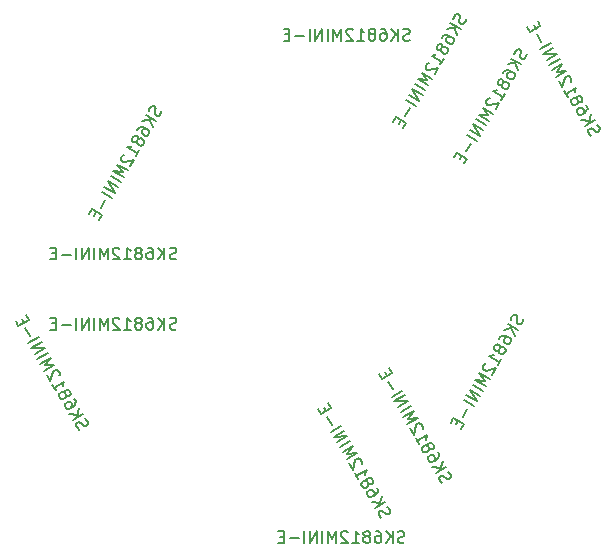
<source format=gbr>
%TF.GenerationSoftware,KiCad,Pcbnew,8.0.8*%
%TF.CreationDate,2025-04-07T12:59:42-04:00*%
%TF.ProjectId,pcb_tile_game_tile_aaa,7063625f-7469-46c6-955f-67616d655f74,1.0*%
%TF.SameCoordinates,Original*%
%TF.FileFunction,AssemblyDrawing,Bot*%
%FSLAX46Y46*%
G04 Gerber Fmt 4.6, Leading zero omitted, Abs format (unit mm)*
G04 Created by KiCad (PCBNEW 8.0.8) date 2025-04-07 12:59:42*
%MOMM*%
%LPD*%
G01*
G04 APERTURE LIST*
%ADD10C,0.150000*%
G04 APERTURE END LIST*
D10*
X157623740Y-63849090D02*
X157593551Y-63996617D01*
X157593551Y-63996617D02*
X157474504Y-64202814D01*
X157474504Y-64202814D02*
X157385645Y-64261483D01*
X157385645Y-64261483D02*
X157320596Y-64278913D01*
X157320596Y-64278913D02*
X157214308Y-64272533D01*
X157214308Y-64272533D02*
X157131830Y-64224914D01*
X157131830Y-64224914D02*
X157073161Y-64136055D01*
X157073161Y-64136055D02*
X157055731Y-64071007D01*
X157055731Y-64071007D02*
X157062111Y-63964719D01*
X157062111Y-63964719D02*
X157116109Y-63775952D01*
X157116109Y-63775952D02*
X157122489Y-63669664D01*
X157122489Y-63669664D02*
X157105059Y-63604615D01*
X157105059Y-63604615D02*
X157046390Y-63515756D01*
X157046390Y-63515756D02*
X156963912Y-63468137D01*
X156963912Y-63468137D02*
X156857623Y-63461758D01*
X156857623Y-63461758D02*
X156792575Y-63479187D01*
X156792575Y-63479187D02*
X156703716Y-63537857D01*
X156703716Y-63537857D02*
X156584669Y-63744053D01*
X156584669Y-63744053D02*
X156554479Y-63891581D01*
X157164980Y-64738925D02*
X156298954Y-64238925D01*
X156879265Y-65233796D02*
X156598679Y-64576928D01*
X156013240Y-64733796D02*
X156793826Y-64524639D01*
X155584669Y-65476104D02*
X155679907Y-65311147D01*
X155679907Y-65311147D02*
X155768765Y-65252478D01*
X155768765Y-65252478D02*
X155833814Y-65235048D01*
X155833814Y-65235048D02*
X156005151Y-65223998D01*
X156005151Y-65223998D02*
X156193918Y-65277997D01*
X156193918Y-65277997D02*
X156523832Y-65468473D01*
X156523832Y-65468473D02*
X156582501Y-65557331D01*
X156582501Y-65557331D02*
X156599931Y-65622380D01*
X156599931Y-65622380D02*
X156593551Y-65728668D01*
X156593551Y-65728668D02*
X156498313Y-65893625D01*
X156498313Y-65893625D02*
X156409455Y-65952294D01*
X156409455Y-65952294D02*
X156344406Y-65969724D01*
X156344406Y-65969724D02*
X156238118Y-65963344D01*
X156238118Y-65963344D02*
X156031921Y-65844297D01*
X156031921Y-65844297D02*
X155973252Y-65755438D01*
X155973252Y-65755438D02*
X155955822Y-65690390D01*
X155955822Y-65690390D02*
X155962202Y-65584101D01*
X155962202Y-65584101D02*
X156057440Y-65419144D01*
X156057440Y-65419144D02*
X156146299Y-65360475D01*
X156146299Y-65360475D02*
X156211347Y-65343045D01*
X156211347Y-65343045D02*
X156317636Y-65349425D01*
X155622489Y-66267740D02*
X155628869Y-66161452D01*
X155628869Y-66161452D02*
X155611439Y-66096403D01*
X155611439Y-66096403D02*
X155552770Y-66007545D01*
X155552770Y-66007545D02*
X155511531Y-65983735D01*
X155511531Y-65983735D02*
X155405242Y-65977355D01*
X155405242Y-65977355D02*
X155340194Y-65994785D01*
X155340194Y-65994785D02*
X155251335Y-66053454D01*
X155251335Y-66053454D02*
X155156097Y-66218411D01*
X155156097Y-66218411D02*
X155149717Y-66324700D01*
X155149717Y-66324700D02*
X155167147Y-66389748D01*
X155167147Y-66389748D02*
X155225816Y-66478607D01*
X155225816Y-66478607D02*
X155267056Y-66502416D01*
X155267056Y-66502416D02*
X155373344Y-66508796D01*
X155373344Y-66508796D02*
X155438393Y-66491366D01*
X155438393Y-66491366D02*
X155527251Y-66432697D01*
X155527251Y-66432697D02*
X155622489Y-66267740D01*
X155622489Y-66267740D02*
X155711347Y-66209071D01*
X155711347Y-66209071D02*
X155776396Y-66191641D01*
X155776396Y-66191641D02*
X155882684Y-66198021D01*
X155882684Y-66198021D02*
X156047642Y-66293259D01*
X156047642Y-66293259D02*
X156106311Y-66382117D01*
X156106311Y-66382117D02*
X156123740Y-66447166D01*
X156123740Y-66447166D02*
X156117361Y-66553454D01*
X156117361Y-66553454D02*
X156022123Y-66718411D01*
X156022123Y-66718411D02*
X155933264Y-66777081D01*
X155933264Y-66777081D02*
X155868215Y-66794510D01*
X155868215Y-66794510D02*
X155761927Y-66788131D01*
X155761927Y-66788131D02*
X155596970Y-66692892D01*
X155596970Y-66692892D02*
X155538301Y-66604034D01*
X155538301Y-66604034D02*
X155520871Y-66538985D01*
X155520871Y-66538985D02*
X155527251Y-66432697D01*
X155450694Y-67708155D02*
X155736408Y-67213283D01*
X155593551Y-67460719D02*
X154727526Y-66960719D01*
X154727526Y-66960719D02*
X154898863Y-66949669D01*
X154898863Y-66949669D02*
X155028960Y-66914809D01*
X155028960Y-66914809D02*
X155117819Y-66856140D01*
X154476671Y-67585688D02*
X154411622Y-67603118D01*
X154411622Y-67603118D02*
X154322764Y-67661787D01*
X154322764Y-67661787D02*
X154203716Y-67867984D01*
X154203716Y-67867984D02*
X154197336Y-67974272D01*
X154197336Y-67974272D02*
X154214766Y-68039321D01*
X154214766Y-68039321D02*
X154273435Y-68128179D01*
X154273435Y-68128179D02*
X154355914Y-68175798D01*
X154355914Y-68175798D02*
X154503441Y-68205987D01*
X154503441Y-68205987D02*
X155284027Y-67996830D01*
X155284027Y-67996830D02*
X154974503Y-68532941D01*
X154760218Y-68904095D02*
X153894192Y-68404095D01*
X153894192Y-68404095D02*
X154346115Y-69049913D01*
X154346115Y-69049913D02*
X153560859Y-68981445D01*
X153560859Y-68981445D02*
X154426884Y-69481445D01*
X154188789Y-69893838D02*
X153322764Y-69393838D01*
X153950694Y-70306231D02*
X153084669Y-69806231D01*
X153084669Y-69806231D02*
X153664980Y-70801102D01*
X153664980Y-70801102D02*
X152798955Y-70301102D01*
X153426885Y-71213495D02*
X152560859Y-70713495D01*
X152858875Y-71435412D02*
X152477923Y-72095241D01*
X152116110Y-72436205D02*
X151949443Y-72724880D01*
X152331647Y-73110503D02*
X152569742Y-72698110D01*
X152569742Y-72698110D02*
X151703717Y-72198110D01*
X151703717Y-72198110D02*
X151465622Y-72610503D01*
X127943332Y-87129104D02*
X127800475Y-87176723D01*
X127800475Y-87176723D02*
X127562380Y-87176723D01*
X127562380Y-87176723D02*
X127467142Y-87129104D01*
X127467142Y-87129104D02*
X127419523Y-87081484D01*
X127419523Y-87081484D02*
X127371904Y-86986246D01*
X127371904Y-86986246D02*
X127371904Y-86891008D01*
X127371904Y-86891008D02*
X127419523Y-86795770D01*
X127419523Y-86795770D02*
X127467142Y-86748151D01*
X127467142Y-86748151D02*
X127562380Y-86700532D01*
X127562380Y-86700532D02*
X127752856Y-86652913D01*
X127752856Y-86652913D02*
X127848094Y-86605294D01*
X127848094Y-86605294D02*
X127895713Y-86557675D01*
X127895713Y-86557675D02*
X127943332Y-86462437D01*
X127943332Y-86462437D02*
X127943332Y-86367199D01*
X127943332Y-86367199D02*
X127895713Y-86271961D01*
X127895713Y-86271961D02*
X127848094Y-86224342D01*
X127848094Y-86224342D02*
X127752856Y-86176723D01*
X127752856Y-86176723D02*
X127514761Y-86176723D01*
X127514761Y-86176723D02*
X127371904Y-86224342D01*
X126943332Y-87176723D02*
X126943332Y-86176723D01*
X126371904Y-87176723D02*
X126800475Y-86605294D01*
X126371904Y-86176723D02*
X126943332Y-86748151D01*
X125514761Y-86176723D02*
X125705237Y-86176723D01*
X125705237Y-86176723D02*
X125800475Y-86224342D01*
X125800475Y-86224342D02*
X125848094Y-86271961D01*
X125848094Y-86271961D02*
X125943332Y-86414818D01*
X125943332Y-86414818D02*
X125990951Y-86605294D01*
X125990951Y-86605294D02*
X125990951Y-86986246D01*
X125990951Y-86986246D02*
X125943332Y-87081484D01*
X125943332Y-87081484D02*
X125895713Y-87129104D01*
X125895713Y-87129104D02*
X125800475Y-87176723D01*
X125800475Y-87176723D02*
X125609999Y-87176723D01*
X125609999Y-87176723D02*
X125514761Y-87129104D01*
X125514761Y-87129104D02*
X125467142Y-87081484D01*
X125467142Y-87081484D02*
X125419523Y-86986246D01*
X125419523Y-86986246D02*
X125419523Y-86748151D01*
X125419523Y-86748151D02*
X125467142Y-86652913D01*
X125467142Y-86652913D02*
X125514761Y-86605294D01*
X125514761Y-86605294D02*
X125609999Y-86557675D01*
X125609999Y-86557675D02*
X125800475Y-86557675D01*
X125800475Y-86557675D02*
X125895713Y-86605294D01*
X125895713Y-86605294D02*
X125943332Y-86652913D01*
X125943332Y-86652913D02*
X125990951Y-86748151D01*
X124848094Y-86605294D02*
X124943332Y-86557675D01*
X124943332Y-86557675D02*
X124990951Y-86510056D01*
X124990951Y-86510056D02*
X125038570Y-86414818D01*
X125038570Y-86414818D02*
X125038570Y-86367199D01*
X125038570Y-86367199D02*
X124990951Y-86271961D01*
X124990951Y-86271961D02*
X124943332Y-86224342D01*
X124943332Y-86224342D02*
X124848094Y-86176723D01*
X124848094Y-86176723D02*
X124657618Y-86176723D01*
X124657618Y-86176723D02*
X124562380Y-86224342D01*
X124562380Y-86224342D02*
X124514761Y-86271961D01*
X124514761Y-86271961D02*
X124467142Y-86367199D01*
X124467142Y-86367199D02*
X124467142Y-86414818D01*
X124467142Y-86414818D02*
X124514761Y-86510056D01*
X124514761Y-86510056D02*
X124562380Y-86557675D01*
X124562380Y-86557675D02*
X124657618Y-86605294D01*
X124657618Y-86605294D02*
X124848094Y-86605294D01*
X124848094Y-86605294D02*
X124943332Y-86652913D01*
X124943332Y-86652913D02*
X124990951Y-86700532D01*
X124990951Y-86700532D02*
X125038570Y-86795770D01*
X125038570Y-86795770D02*
X125038570Y-86986246D01*
X125038570Y-86986246D02*
X124990951Y-87081484D01*
X124990951Y-87081484D02*
X124943332Y-87129104D01*
X124943332Y-87129104D02*
X124848094Y-87176723D01*
X124848094Y-87176723D02*
X124657618Y-87176723D01*
X124657618Y-87176723D02*
X124562380Y-87129104D01*
X124562380Y-87129104D02*
X124514761Y-87081484D01*
X124514761Y-87081484D02*
X124467142Y-86986246D01*
X124467142Y-86986246D02*
X124467142Y-86795770D01*
X124467142Y-86795770D02*
X124514761Y-86700532D01*
X124514761Y-86700532D02*
X124562380Y-86652913D01*
X124562380Y-86652913D02*
X124657618Y-86605294D01*
X123514761Y-87176723D02*
X124086189Y-87176723D01*
X123800475Y-87176723D02*
X123800475Y-86176723D01*
X123800475Y-86176723D02*
X123895713Y-86319580D01*
X123895713Y-86319580D02*
X123990951Y-86414818D01*
X123990951Y-86414818D02*
X124086189Y-86462437D01*
X123133808Y-86271961D02*
X123086189Y-86224342D01*
X123086189Y-86224342D02*
X122990951Y-86176723D01*
X122990951Y-86176723D02*
X122752856Y-86176723D01*
X122752856Y-86176723D02*
X122657618Y-86224342D01*
X122657618Y-86224342D02*
X122609999Y-86271961D01*
X122609999Y-86271961D02*
X122562380Y-86367199D01*
X122562380Y-86367199D02*
X122562380Y-86462437D01*
X122562380Y-86462437D02*
X122609999Y-86605294D01*
X122609999Y-86605294D02*
X123181427Y-87176723D01*
X123181427Y-87176723D02*
X122562380Y-87176723D01*
X122133808Y-87176723D02*
X122133808Y-86176723D01*
X122133808Y-86176723D02*
X121800475Y-86891008D01*
X121800475Y-86891008D02*
X121467142Y-86176723D01*
X121467142Y-86176723D02*
X121467142Y-87176723D01*
X120990951Y-87176723D02*
X120990951Y-86176723D01*
X120514761Y-87176723D02*
X120514761Y-86176723D01*
X120514761Y-86176723D02*
X119943333Y-87176723D01*
X119943333Y-87176723D02*
X119943333Y-86176723D01*
X119467142Y-87176723D02*
X119467142Y-86176723D01*
X118990952Y-86795770D02*
X118229048Y-86795770D01*
X117752857Y-86652913D02*
X117419524Y-86652913D01*
X117276667Y-87176723D02*
X117752857Y-87176723D01*
X117752857Y-87176723D02*
X117752857Y-86176723D01*
X117752857Y-86176723D02*
X117276667Y-86176723D01*
X157326035Y-86311218D02*
X157295846Y-86458745D01*
X157295846Y-86458745D02*
X157176799Y-86664942D01*
X157176799Y-86664942D02*
X157087940Y-86723611D01*
X157087940Y-86723611D02*
X157022891Y-86741041D01*
X157022891Y-86741041D02*
X156916603Y-86734661D01*
X156916603Y-86734661D02*
X156834125Y-86687042D01*
X156834125Y-86687042D02*
X156775456Y-86598183D01*
X156775456Y-86598183D02*
X156758026Y-86533135D01*
X156758026Y-86533135D02*
X156764406Y-86426847D01*
X156764406Y-86426847D02*
X156818404Y-86238080D01*
X156818404Y-86238080D02*
X156824784Y-86131792D01*
X156824784Y-86131792D02*
X156807354Y-86066743D01*
X156807354Y-86066743D02*
X156748685Y-85977884D01*
X156748685Y-85977884D02*
X156666207Y-85930265D01*
X156666207Y-85930265D02*
X156559918Y-85923886D01*
X156559918Y-85923886D02*
X156494870Y-85941315D01*
X156494870Y-85941315D02*
X156406011Y-85999985D01*
X156406011Y-85999985D02*
X156286964Y-86206181D01*
X156286964Y-86206181D02*
X156256774Y-86353709D01*
X156867275Y-87201053D02*
X156001249Y-86701053D01*
X156581560Y-87695924D02*
X156300974Y-87039056D01*
X155715535Y-87195924D02*
X156496121Y-86986767D01*
X155286964Y-87938232D02*
X155382202Y-87773275D01*
X155382202Y-87773275D02*
X155471060Y-87714606D01*
X155471060Y-87714606D02*
X155536109Y-87697176D01*
X155536109Y-87697176D02*
X155707446Y-87686126D01*
X155707446Y-87686126D02*
X155896213Y-87740125D01*
X155896213Y-87740125D02*
X156226127Y-87930601D01*
X156226127Y-87930601D02*
X156284796Y-88019459D01*
X156284796Y-88019459D02*
X156302226Y-88084508D01*
X156302226Y-88084508D02*
X156295846Y-88190796D01*
X156295846Y-88190796D02*
X156200608Y-88355753D01*
X156200608Y-88355753D02*
X156111750Y-88414422D01*
X156111750Y-88414422D02*
X156046701Y-88431852D01*
X156046701Y-88431852D02*
X155940413Y-88425472D01*
X155940413Y-88425472D02*
X155734216Y-88306425D01*
X155734216Y-88306425D02*
X155675547Y-88217566D01*
X155675547Y-88217566D02*
X155658117Y-88152518D01*
X155658117Y-88152518D02*
X155664497Y-88046229D01*
X155664497Y-88046229D02*
X155759735Y-87881272D01*
X155759735Y-87881272D02*
X155848594Y-87822603D01*
X155848594Y-87822603D02*
X155913642Y-87805173D01*
X155913642Y-87805173D02*
X156019931Y-87811553D01*
X155324784Y-88729868D02*
X155331164Y-88623580D01*
X155331164Y-88623580D02*
X155313734Y-88558531D01*
X155313734Y-88558531D02*
X155255065Y-88469673D01*
X155255065Y-88469673D02*
X155213826Y-88445863D01*
X155213826Y-88445863D02*
X155107537Y-88439483D01*
X155107537Y-88439483D02*
X155042489Y-88456913D01*
X155042489Y-88456913D02*
X154953630Y-88515582D01*
X154953630Y-88515582D02*
X154858392Y-88680539D01*
X154858392Y-88680539D02*
X154852012Y-88786828D01*
X154852012Y-88786828D02*
X154869442Y-88851876D01*
X154869442Y-88851876D02*
X154928111Y-88940735D01*
X154928111Y-88940735D02*
X154969351Y-88964544D01*
X154969351Y-88964544D02*
X155075639Y-88970924D01*
X155075639Y-88970924D02*
X155140688Y-88953494D01*
X155140688Y-88953494D02*
X155229546Y-88894825D01*
X155229546Y-88894825D02*
X155324784Y-88729868D01*
X155324784Y-88729868D02*
X155413642Y-88671199D01*
X155413642Y-88671199D02*
X155478691Y-88653769D01*
X155478691Y-88653769D02*
X155584979Y-88660149D01*
X155584979Y-88660149D02*
X155749937Y-88755387D01*
X155749937Y-88755387D02*
X155808606Y-88844245D01*
X155808606Y-88844245D02*
X155826035Y-88909294D01*
X155826035Y-88909294D02*
X155819656Y-89015582D01*
X155819656Y-89015582D02*
X155724418Y-89180539D01*
X155724418Y-89180539D02*
X155635559Y-89239209D01*
X155635559Y-89239209D02*
X155570510Y-89256638D01*
X155570510Y-89256638D02*
X155464222Y-89250259D01*
X155464222Y-89250259D02*
X155299265Y-89155020D01*
X155299265Y-89155020D02*
X155240596Y-89066162D01*
X155240596Y-89066162D02*
X155223166Y-89001113D01*
X155223166Y-89001113D02*
X155229546Y-88894825D01*
X155152989Y-90170283D02*
X155438703Y-89675411D01*
X155295846Y-89922847D02*
X154429821Y-89422847D01*
X154429821Y-89422847D02*
X154601158Y-89411797D01*
X154601158Y-89411797D02*
X154731255Y-89376937D01*
X154731255Y-89376937D02*
X154820114Y-89318268D01*
X154178966Y-90047816D02*
X154113917Y-90065246D01*
X154113917Y-90065246D02*
X154025059Y-90123915D01*
X154025059Y-90123915D02*
X153906011Y-90330112D01*
X153906011Y-90330112D02*
X153899631Y-90436400D01*
X153899631Y-90436400D02*
X153917061Y-90501449D01*
X153917061Y-90501449D02*
X153975730Y-90590307D01*
X153975730Y-90590307D02*
X154058209Y-90637926D01*
X154058209Y-90637926D02*
X154205736Y-90668115D01*
X154205736Y-90668115D02*
X154986322Y-90458958D01*
X154986322Y-90458958D02*
X154676798Y-90995069D01*
X154462513Y-91366223D02*
X153596487Y-90866223D01*
X153596487Y-90866223D02*
X154048410Y-91512041D01*
X154048410Y-91512041D02*
X153263154Y-91443573D01*
X153263154Y-91443573D02*
X154129179Y-91943573D01*
X153891084Y-92355966D02*
X153025059Y-91855966D01*
X153652989Y-92768359D02*
X152786964Y-92268359D01*
X152786964Y-92268359D02*
X153367275Y-93263230D01*
X153367275Y-93263230D02*
X152501250Y-92763230D01*
X153129180Y-93675623D02*
X152263154Y-93175623D01*
X152561170Y-93897540D02*
X152180218Y-94557369D01*
X151818405Y-94898333D02*
X151651738Y-95187008D01*
X152033942Y-95572631D02*
X152272037Y-95160238D01*
X152272037Y-95160238D02*
X151406012Y-94660238D01*
X151406012Y-94660238D02*
X151167917Y-95072631D01*
X163048447Y-70773990D02*
X162935779Y-70674082D01*
X162935779Y-70674082D02*
X162816732Y-70467885D01*
X162816732Y-70467885D02*
X162810352Y-70361597D01*
X162810352Y-70361597D02*
X162827782Y-70296548D01*
X162827782Y-70296548D02*
X162886451Y-70207690D01*
X162886451Y-70207690D02*
X162968930Y-70160071D01*
X162968930Y-70160071D02*
X163075218Y-70153691D01*
X163075218Y-70153691D02*
X163140267Y-70171121D01*
X163140267Y-70171121D02*
X163229125Y-70229790D01*
X163229125Y-70229790D02*
X163365602Y-70370938D01*
X163365602Y-70370938D02*
X163454461Y-70429607D01*
X163454461Y-70429607D02*
X163519509Y-70447037D01*
X163519509Y-70447037D02*
X163625798Y-70440657D01*
X163625798Y-70440657D02*
X163708276Y-70393038D01*
X163708276Y-70393038D02*
X163766945Y-70304179D01*
X163766945Y-70304179D02*
X163784375Y-70239131D01*
X163784375Y-70239131D02*
X163777995Y-70132843D01*
X163777995Y-70132843D02*
X163658948Y-69926646D01*
X163658948Y-69926646D02*
X163546280Y-69826738D01*
X162507208Y-69931774D02*
X163373233Y-69431774D01*
X162221494Y-69436903D02*
X162930651Y-69522342D01*
X163087519Y-68936903D02*
X162878362Y-69717489D01*
X162658948Y-68194595D02*
X162754186Y-68359552D01*
X162754186Y-68359552D02*
X162760566Y-68465840D01*
X162760566Y-68465840D02*
X162743136Y-68530889D01*
X162743136Y-68530889D02*
X162667037Y-68684796D01*
X162667037Y-68684796D02*
X162525889Y-68821274D01*
X162525889Y-68821274D02*
X162195975Y-69011750D01*
X162195975Y-69011750D02*
X162089687Y-69018130D01*
X162089687Y-69018130D02*
X162024638Y-69000700D01*
X162024638Y-69000700D02*
X161935779Y-68942031D01*
X161935779Y-68942031D02*
X161840541Y-68777074D01*
X161840541Y-68777074D02*
X161834162Y-68670786D01*
X161834162Y-68670786D02*
X161851591Y-68605737D01*
X161851591Y-68605737D02*
X161910260Y-68516878D01*
X161910260Y-68516878D02*
X162116457Y-68397831D01*
X162116457Y-68397831D02*
X162222745Y-68391451D01*
X162222745Y-68391451D02*
X162287794Y-68408881D01*
X162287794Y-68408881D02*
X162376652Y-68467550D01*
X162376652Y-68467550D02*
X162471890Y-68632507D01*
X162471890Y-68632507D02*
X162478270Y-68738795D01*
X162478270Y-68738795D02*
X162460840Y-68803844D01*
X162460840Y-68803844D02*
X162402171Y-68892702D01*
X161954461Y-67831531D02*
X162043319Y-67890200D01*
X162043319Y-67890200D02*
X162108368Y-67907629D01*
X162108368Y-67907629D02*
X162214656Y-67901250D01*
X162214656Y-67901250D02*
X162255895Y-67877440D01*
X162255895Y-67877440D02*
X162314564Y-67788582D01*
X162314564Y-67788582D02*
X162331994Y-67723533D01*
X162331994Y-67723533D02*
X162325614Y-67617245D01*
X162325614Y-67617245D02*
X162230376Y-67452288D01*
X162230376Y-67452288D02*
X162141518Y-67393619D01*
X162141518Y-67393619D02*
X162076469Y-67376189D01*
X162076469Y-67376189D02*
X161970181Y-67382568D01*
X161970181Y-67382568D02*
X161928942Y-67406378D01*
X161928942Y-67406378D02*
X161870273Y-67495236D01*
X161870273Y-67495236D02*
X161852843Y-67560285D01*
X161852843Y-67560285D02*
X161859223Y-67666573D01*
X161859223Y-67666573D02*
X161954461Y-67831531D01*
X161954461Y-67831531D02*
X161960840Y-67937819D01*
X161960840Y-67937819D02*
X161943411Y-68002867D01*
X161943411Y-68002867D02*
X161884741Y-68091726D01*
X161884741Y-68091726D02*
X161719784Y-68186964D01*
X161719784Y-68186964D02*
X161613496Y-68193344D01*
X161613496Y-68193344D02*
X161548447Y-68175914D01*
X161548447Y-68175914D02*
X161459589Y-68117245D01*
X161459589Y-68117245D02*
X161364351Y-67952288D01*
X161364351Y-67952288D02*
X161357971Y-67845999D01*
X161357971Y-67845999D02*
X161375401Y-67780951D01*
X161375401Y-67780951D02*
X161434070Y-67692092D01*
X161434070Y-67692092D02*
X161599027Y-67596854D01*
X161599027Y-67596854D02*
X161705315Y-67590474D01*
X161705315Y-67590474D02*
X161770364Y-67607904D01*
X161770364Y-67607904D02*
X161859223Y-67666573D01*
X160792922Y-66962544D02*
X161078637Y-67457416D01*
X160935779Y-67209980D02*
X161801805Y-66709980D01*
X161801805Y-66709980D02*
X161725706Y-66863887D01*
X161725706Y-66863887D02*
X161690846Y-66993985D01*
X161690846Y-66993985D02*
X161697226Y-67100273D01*
X161385993Y-66180249D02*
X161403423Y-66115200D01*
X161403423Y-66115200D02*
X161397043Y-66008912D01*
X161397043Y-66008912D02*
X161277995Y-65802715D01*
X161277995Y-65802715D02*
X161189137Y-65744046D01*
X161189137Y-65744046D02*
X161124088Y-65726616D01*
X161124088Y-65726616D02*
X161017800Y-65732996D01*
X161017800Y-65732996D02*
X160935321Y-65780615D01*
X160935321Y-65780615D02*
X160835413Y-65893283D01*
X160835413Y-65893283D02*
X160626256Y-66673869D01*
X160626256Y-66673869D02*
X160316732Y-66137758D01*
X160102446Y-65766604D02*
X160968471Y-65266604D01*
X160968471Y-65266604D02*
X160183215Y-65335072D01*
X160183215Y-65335072D02*
X160635138Y-64689254D01*
X160635138Y-64689254D02*
X159769113Y-65189254D01*
X159531018Y-64776861D02*
X160397043Y-64276861D01*
X159292923Y-64364468D02*
X160158948Y-63864468D01*
X160158948Y-63864468D02*
X159007208Y-63869597D01*
X159007208Y-63869597D02*
X159873234Y-63369597D01*
X158769113Y-63457204D02*
X159635138Y-62957204D01*
X158860932Y-62854335D02*
X158479980Y-62194506D01*
X158365603Y-61710685D02*
X158198936Y-61422010D01*
X157673875Y-61560196D02*
X157911971Y-61972589D01*
X157911971Y-61972589D02*
X158777996Y-61472589D01*
X158777996Y-61472589D02*
X158539901Y-61060196D01*
X152470888Y-60874090D02*
X152440699Y-61021617D01*
X152440699Y-61021617D02*
X152321652Y-61227814D01*
X152321652Y-61227814D02*
X152232793Y-61286483D01*
X152232793Y-61286483D02*
X152167744Y-61303913D01*
X152167744Y-61303913D02*
X152061456Y-61297533D01*
X152061456Y-61297533D02*
X151978978Y-61249914D01*
X151978978Y-61249914D02*
X151920309Y-61161055D01*
X151920309Y-61161055D02*
X151902879Y-61096007D01*
X151902879Y-61096007D02*
X151909259Y-60989719D01*
X151909259Y-60989719D02*
X151963257Y-60800952D01*
X151963257Y-60800952D02*
X151969637Y-60694664D01*
X151969637Y-60694664D02*
X151952207Y-60629615D01*
X151952207Y-60629615D02*
X151893538Y-60540756D01*
X151893538Y-60540756D02*
X151811060Y-60493137D01*
X151811060Y-60493137D02*
X151704771Y-60486758D01*
X151704771Y-60486758D02*
X151639723Y-60504187D01*
X151639723Y-60504187D02*
X151550864Y-60562857D01*
X151550864Y-60562857D02*
X151431817Y-60769053D01*
X151431817Y-60769053D02*
X151401627Y-60916581D01*
X152012128Y-61763925D02*
X151146102Y-61263925D01*
X151726413Y-62258796D02*
X151445827Y-61601928D01*
X150860388Y-61758796D02*
X151640974Y-61549639D01*
X150431817Y-62501104D02*
X150527055Y-62336147D01*
X150527055Y-62336147D02*
X150615913Y-62277478D01*
X150615913Y-62277478D02*
X150680962Y-62260048D01*
X150680962Y-62260048D02*
X150852299Y-62248998D01*
X150852299Y-62248998D02*
X151041066Y-62302997D01*
X151041066Y-62302997D02*
X151370980Y-62493473D01*
X151370980Y-62493473D02*
X151429649Y-62582331D01*
X151429649Y-62582331D02*
X151447079Y-62647380D01*
X151447079Y-62647380D02*
X151440699Y-62753668D01*
X151440699Y-62753668D02*
X151345461Y-62918625D01*
X151345461Y-62918625D02*
X151256603Y-62977294D01*
X151256603Y-62977294D02*
X151191554Y-62994724D01*
X151191554Y-62994724D02*
X151085266Y-62988344D01*
X151085266Y-62988344D02*
X150879069Y-62869297D01*
X150879069Y-62869297D02*
X150820400Y-62780438D01*
X150820400Y-62780438D02*
X150802970Y-62715390D01*
X150802970Y-62715390D02*
X150809350Y-62609101D01*
X150809350Y-62609101D02*
X150904588Y-62444144D01*
X150904588Y-62444144D02*
X150993447Y-62385475D01*
X150993447Y-62385475D02*
X151058495Y-62368045D01*
X151058495Y-62368045D02*
X151164784Y-62374425D01*
X150469637Y-63292740D02*
X150476017Y-63186452D01*
X150476017Y-63186452D02*
X150458587Y-63121403D01*
X150458587Y-63121403D02*
X150399918Y-63032545D01*
X150399918Y-63032545D02*
X150358679Y-63008735D01*
X150358679Y-63008735D02*
X150252390Y-63002355D01*
X150252390Y-63002355D02*
X150187342Y-63019785D01*
X150187342Y-63019785D02*
X150098483Y-63078454D01*
X150098483Y-63078454D02*
X150003245Y-63243411D01*
X150003245Y-63243411D02*
X149996865Y-63349700D01*
X149996865Y-63349700D02*
X150014295Y-63414748D01*
X150014295Y-63414748D02*
X150072964Y-63503607D01*
X150072964Y-63503607D02*
X150114204Y-63527416D01*
X150114204Y-63527416D02*
X150220492Y-63533796D01*
X150220492Y-63533796D02*
X150285541Y-63516366D01*
X150285541Y-63516366D02*
X150374399Y-63457697D01*
X150374399Y-63457697D02*
X150469637Y-63292740D01*
X150469637Y-63292740D02*
X150558495Y-63234071D01*
X150558495Y-63234071D02*
X150623544Y-63216641D01*
X150623544Y-63216641D02*
X150729832Y-63223021D01*
X150729832Y-63223021D02*
X150894790Y-63318259D01*
X150894790Y-63318259D02*
X150953459Y-63407117D01*
X150953459Y-63407117D02*
X150970888Y-63472166D01*
X150970888Y-63472166D02*
X150964509Y-63578454D01*
X150964509Y-63578454D02*
X150869271Y-63743411D01*
X150869271Y-63743411D02*
X150780412Y-63802081D01*
X150780412Y-63802081D02*
X150715363Y-63819510D01*
X150715363Y-63819510D02*
X150609075Y-63813131D01*
X150609075Y-63813131D02*
X150444118Y-63717892D01*
X150444118Y-63717892D02*
X150385449Y-63629034D01*
X150385449Y-63629034D02*
X150368019Y-63563985D01*
X150368019Y-63563985D02*
X150374399Y-63457697D01*
X150297842Y-64733155D02*
X150583556Y-64238283D01*
X150440699Y-64485719D02*
X149574674Y-63985719D01*
X149574674Y-63985719D02*
X149746011Y-63974669D01*
X149746011Y-63974669D02*
X149876108Y-63939809D01*
X149876108Y-63939809D02*
X149964967Y-63881140D01*
X149323819Y-64610688D02*
X149258770Y-64628118D01*
X149258770Y-64628118D02*
X149169912Y-64686787D01*
X149169912Y-64686787D02*
X149050864Y-64892984D01*
X149050864Y-64892984D02*
X149044484Y-64999272D01*
X149044484Y-64999272D02*
X149061914Y-65064321D01*
X149061914Y-65064321D02*
X149120583Y-65153179D01*
X149120583Y-65153179D02*
X149203062Y-65200798D01*
X149203062Y-65200798D02*
X149350589Y-65230987D01*
X149350589Y-65230987D02*
X150131175Y-65021830D01*
X150131175Y-65021830D02*
X149821651Y-65557941D01*
X149607366Y-65929095D02*
X148741340Y-65429095D01*
X148741340Y-65429095D02*
X149193263Y-66074913D01*
X149193263Y-66074913D02*
X148408007Y-66006445D01*
X148408007Y-66006445D02*
X149274032Y-66506445D01*
X149035937Y-66918838D02*
X148169912Y-66418838D01*
X148797842Y-67331231D02*
X147931817Y-66831231D01*
X147931817Y-66831231D02*
X148512128Y-67826102D01*
X148512128Y-67826102D02*
X147646103Y-67326102D01*
X148274033Y-68238495D02*
X147408007Y-67738495D01*
X147706023Y-68460412D02*
X147325071Y-69120241D01*
X146963258Y-69461205D02*
X146796591Y-69749880D01*
X147178795Y-70135503D02*
X147416890Y-69723110D01*
X147416890Y-69723110D02*
X146550865Y-69223110D01*
X146550865Y-69223110D02*
X146312770Y-69635503D01*
X147260482Y-105191572D02*
X147117625Y-105239191D01*
X147117625Y-105239191D02*
X146879530Y-105239191D01*
X146879530Y-105239191D02*
X146784292Y-105191572D01*
X146784292Y-105191572D02*
X146736673Y-105143952D01*
X146736673Y-105143952D02*
X146689054Y-105048714D01*
X146689054Y-105048714D02*
X146689054Y-104953476D01*
X146689054Y-104953476D02*
X146736673Y-104858238D01*
X146736673Y-104858238D02*
X146784292Y-104810619D01*
X146784292Y-104810619D02*
X146879530Y-104763000D01*
X146879530Y-104763000D02*
X147070006Y-104715381D01*
X147070006Y-104715381D02*
X147165244Y-104667762D01*
X147165244Y-104667762D02*
X147212863Y-104620143D01*
X147212863Y-104620143D02*
X147260482Y-104524905D01*
X147260482Y-104524905D02*
X147260482Y-104429667D01*
X147260482Y-104429667D02*
X147212863Y-104334429D01*
X147212863Y-104334429D02*
X147165244Y-104286810D01*
X147165244Y-104286810D02*
X147070006Y-104239191D01*
X147070006Y-104239191D02*
X146831911Y-104239191D01*
X146831911Y-104239191D02*
X146689054Y-104286810D01*
X146260482Y-105239191D02*
X146260482Y-104239191D01*
X145689054Y-105239191D02*
X146117625Y-104667762D01*
X145689054Y-104239191D02*
X146260482Y-104810619D01*
X144831911Y-104239191D02*
X145022387Y-104239191D01*
X145022387Y-104239191D02*
X145117625Y-104286810D01*
X145117625Y-104286810D02*
X145165244Y-104334429D01*
X145165244Y-104334429D02*
X145260482Y-104477286D01*
X145260482Y-104477286D02*
X145308101Y-104667762D01*
X145308101Y-104667762D02*
X145308101Y-105048714D01*
X145308101Y-105048714D02*
X145260482Y-105143952D01*
X145260482Y-105143952D02*
X145212863Y-105191572D01*
X145212863Y-105191572D02*
X145117625Y-105239191D01*
X145117625Y-105239191D02*
X144927149Y-105239191D01*
X144927149Y-105239191D02*
X144831911Y-105191572D01*
X144831911Y-105191572D02*
X144784292Y-105143952D01*
X144784292Y-105143952D02*
X144736673Y-105048714D01*
X144736673Y-105048714D02*
X144736673Y-104810619D01*
X144736673Y-104810619D02*
X144784292Y-104715381D01*
X144784292Y-104715381D02*
X144831911Y-104667762D01*
X144831911Y-104667762D02*
X144927149Y-104620143D01*
X144927149Y-104620143D02*
X145117625Y-104620143D01*
X145117625Y-104620143D02*
X145212863Y-104667762D01*
X145212863Y-104667762D02*
X145260482Y-104715381D01*
X145260482Y-104715381D02*
X145308101Y-104810619D01*
X144165244Y-104667762D02*
X144260482Y-104620143D01*
X144260482Y-104620143D02*
X144308101Y-104572524D01*
X144308101Y-104572524D02*
X144355720Y-104477286D01*
X144355720Y-104477286D02*
X144355720Y-104429667D01*
X144355720Y-104429667D02*
X144308101Y-104334429D01*
X144308101Y-104334429D02*
X144260482Y-104286810D01*
X144260482Y-104286810D02*
X144165244Y-104239191D01*
X144165244Y-104239191D02*
X143974768Y-104239191D01*
X143974768Y-104239191D02*
X143879530Y-104286810D01*
X143879530Y-104286810D02*
X143831911Y-104334429D01*
X143831911Y-104334429D02*
X143784292Y-104429667D01*
X143784292Y-104429667D02*
X143784292Y-104477286D01*
X143784292Y-104477286D02*
X143831911Y-104572524D01*
X143831911Y-104572524D02*
X143879530Y-104620143D01*
X143879530Y-104620143D02*
X143974768Y-104667762D01*
X143974768Y-104667762D02*
X144165244Y-104667762D01*
X144165244Y-104667762D02*
X144260482Y-104715381D01*
X144260482Y-104715381D02*
X144308101Y-104763000D01*
X144308101Y-104763000D02*
X144355720Y-104858238D01*
X144355720Y-104858238D02*
X144355720Y-105048714D01*
X144355720Y-105048714D02*
X144308101Y-105143952D01*
X144308101Y-105143952D02*
X144260482Y-105191572D01*
X144260482Y-105191572D02*
X144165244Y-105239191D01*
X144165244Y-105239191D02*
X143974768Y-105239191D01*
X143974768Y-105239191D02*
X143879530Y-105191572D01*
X143879530Y-105191572D02*
X143831911Y-105143952D01*
X143831911Y-105143952D02*
X143784292Y-105048714D01*
X143784292Y-105048714D02*
X143784292Y-104858238D01*
X143784292Y-104858238D02*
X143831911Y-104763000D01*
X143831911Y-104763000D02*
X143879530Y-104715381D01*
X143879530Y-104715381D02*
X143974768Y-104667762D01*
X142831911Y-105239191D02*
X143403339Y-105239191D01*
X143117625Y-105239191D02*
X143117625Y-104239191D01*
X143117625Y-104239191D02*
X143212863Y-104382048D01*
X143212863Y-104382048D02*
X143308101Y-104477286D01*
X143308101Y-104477286D02*
X143403339Y-104524905D01*
X142450958Y-104334429D02*
X142403339Y-104286810D01*
X142403339Y-104286810D02*
X142308101Y-104239191D01*
X142308101Y-104239191D02*
X142070006Y-104239191D01*
X142070006Y-104239191D02*
X141974768Y-104286810D01*
X141974768Y-104286810D02*
X141927149Y-104334429D01*
X141927149Y-104334429D02*
X141879530Y-104429667D01*
X141879530Y-104429667D02*
X141879530Y-104524905D01*
X141879530Y-104524905D02*
X141927149Y-104667762D01*
X141927149Y-104667762D02*
X142498577Y-105239191D01*
X142498577Y-105239191D02*
X141879530Y-105239191D01*
X141450958Y-105239191D02*
X141450958Y-104239191D01*
X141450958Y-104239191D02*
X141117625Y-104953476D01*
X141117625Y-104953476D02*
X140784292Y-104239191D01*
X140784292Y-104239191D02*
X140784292Y-105239191D01*
X140308101Y-105239191D02*
X140308101Y-104239191D01*
X139831911Y-105239191D02*
X139831911Y-104239191D01*
X139831911Y-104239191D02*
X139260483Y-105239191D01*
X139260483Y-105239191D02*
X139260483Y-104239191D01*
X138784292Y-105239191D02*
X138784292Y-104239191D01*
X138308102Y-104858238D02*
X137546198Y-104858238D01*
X137070007Y-104715381D02*
X136736674Y-104715381D01*
X136593817Y-105239191D02*
X137070007Y-105239191D01*
X137070007Y-105239191D02*
X137070007Y-104239191D01*
X137070007Y-104239191D02*
X136593817Y-104239191D01*
X126687170Y-68652416D02*
X126656981Y-68799943D01*
X126656981Y-68799943D02*
X126537934Y-69006140D01*
X126537934Y-69006140D02*
X126449075Y-69064809D01*
X126449075Y-69064809D02*
X126384026Y-69082239D01*
X126384026Y-69082239D02*
X126277738Y-69075859D01*
X126277738Y-69075859D02*
X126195260Y-69028240D01*
X126195260Y-69028240D02*
X126136591Y-68939381D01*
X126136591Y-68939381D02*
X126119161Y-68874333D01*
X126119161Y-68874333D02*
X126125541Y-68768045D01*
X126125541Y-68768045D02*
X126179539Y-68579278D01*
X126179539Y-68579278D02*
X126185919Y-68472990D01*
X126185919Y-68472990D02*
X126168489Y-68407941D01*
X126168489Y-68407941D02*
X126109820Y-68319082D01*
X126109820Y-68319082D02*
X126027342Y-68271463D01*
X126027342Y-68271463D02*
X125921053Y-68265084D01*
X125921053Y-68265084D02*
X125856005Y-68282513D01*
X125856005Y-68282513D02*
X125767146Y-68341183D01*
X125767146Y-68341183D02*
X125648099Y-68547379D01*
X125648099Y-68547379D02*
X125617909Y-68694907D01*
X126228410Y-69542251D02*
X125362384Y-69042251D01*
X125942695Y-70037122D02*
X125662109Y-69380254D01*
X125076670Y-69537122D02*
X125857256Y-69327965D01*
X124648099Y-70279430D02*
X124743337Y-70114473D01*
X124743337Y-70114473D02*
X124832195Y-70055804D01*
X124832195Y-70055804D02*
X124897244Y-70038374D01*
X124897244Y-70038374D02*
X125068581Y-70027324D01*
X125068581Y-70027324D02*
X125257348Y-70081323D01*
X125257348Y-70081323D02*
X125587262Y-70271799D01*
X125587262Y-70271799D02*
X125645931Y-70360657D01*
X125645931Y-70360657D02*
X125663361Y-70425706D01*
X125663361Y-70425706D02*
X125656981Y-70531994D01*
X125656981Y-70531994D02*
X125561743Y-70696951D01*
X125561743Y-70696951D02*
X125472885Y-70755620D01*
X125472885Y-70755620D02*
X125407836Y-70773050D01*
X125407836Y-70773050D02*
X125301548Y-70766670D01*
X125301548Y-70766670D02*
X125095351Y-70647623D01*
X125095351Y-70647623D02*
X125036682Y-70558764D01*
X125036682Y-70558764D02*
X125019252Y-70493716D01*
X125019252Y-70493716D02*
X125025632Y-70387427D01*
X125025632Y-70387427D02*
X125120870Y-70222470D01*
X125120870Y-70222470D02*
X125209729Y-70163801D01*
X125209729Y-70163801D02*
X125274777Y-70146371D01*
X125274777Y-70146371D02*
X125381066Y-70152751D01*
X124685919Y-71071066D02*
X124692299Y-70964778D01*
X124692299Y-70964778D02*
X124674869Y-70899729D01*
X124674869Y-70899729D02*
X124616200Y-70810871D01*
X124616200Y-70810871D02*
X124574961Y-70787061D01*
X124574961Y-70787061D02*
X124468672Y-70780681D01*
X124468672Y-70780681D02*
X124403624Y-70798111D01*
X124403624Y-70798111D02*
X124314765Y-70856780D01*
X124314765Y-70856780D02*
X124219527Y-71021737D01*
X124219527Y-71021737D02*
X124213147Y-71128026D01*
X124213147Y-71128026D02*
X124230577Y-71193074D01*
X124230577Y-71193074D02*
X124289246Y-71281933D01*
X124289246Y-71281933D02*
X124330486Y-71305742D01*
X124330486Y-71305742D02*
X124436774Y-71312122D01*
X124436774Y-71312122D02*
X124501823Y-71294692D01*
X124501823Y-71294692D02*
X124590681Y-71236023D01*
X124590681Y-71236023D02*
X124685919Y-71071066D01*
X124685919Y-71071066D02*
X124774777Y-71012397D01*
X124774777Y-71012397D02*
X124839826Y-70994967D01*
X124839826Y-70994967D02*
X124946114Y-71001347D01*
X124946114Y-71001347D02*
X125111072Y-71096585D01*
X125111072Y-71096585D02*
X125169741Y-71185443D01*
X125169741Y-71185443D02*
X125187170Y-71250492D01*
X125187170Y-71250492D02*
X125180791Y-71356780D01*
X125180791Y-71356780D02*
X125085553Y-71521737D01*
X125085553Y-71521737D02*
X124996694Y-71580407D01*
X124996694Y-71580407D02*
X124931645Y-71597836D01*
X124931645Y-71597836D02*
X124825357Y-71591457D01*
X124825357Y-71591457D02*
X124660400Y-71496218D01*
X124660400Y-71496218D02*
X124601731Y-71407360D01*
X124601731Y-71407360D02*
X124584301Y-71342311D01*
X124584301Y-71342311D02*
X124590681Y-71236023D01*
X124514124Y-72511481D02*
X124799838Y-72016609D01*
X124656981Y-72264045D02*
X123790956Y-71764045D01*
X123790956Y-71764045D02*
X123962293Y-71752995D01*
X123962293Y-71752995D02*
X124092390Y-71718135D01*
X124092390Y-71718135D02*
X124181249Y-71659466D01*
X123540101Y-72389014D02*
X123475052Y-72406444D01*
X123475052Y-72406444D02*
X123386194Y-72465113D01*
X123386194Y-72465113D02*
X123267146Y-72671310D01*
X123267146Y-72671310D02*
X123260766Y-72777598D01*
X123260766Y-72777598D02*
X123278196Y-72842647D01*
X123278196Y-72842647D02*
X123336865Y-72931505D01*
X123336865Y-72931505D02*
X123419344Y-72979124D01*
X123419344Y-72979124D02*
X123566871Y-73009313D01*
X123566871Y-73009313D02*
X124347457Y-72800156D01*
X124347457Y-72800156D02*
X124037933Y-73336267D01*
X123823648Y-73707421D02*
X122957622Y-73207421D01*
X122957622Y-73207421D02*
X123409545Y-73853239D01*
X123409545Y-73853239D02*
X122624289Y-73784771D01*
X122624289Y-73784771D02*
X123490314Y-74284771D01*
X123252219Y-74697164D02*
X122386194Y-74197164D01*
X123014124Y-75109557D02*
X122148099Y-74609557D01*
X122148099Y-74609557D02*
X122728410Y-75604428D01*
X122728410Y-75604428D02*
X121862385Y-75104428D01*
X122490315Y-76016821D02*
X121624289Y-75516821D01*
X121922305Y-76238738D02*
X121541353Y-76898567D01*
X121179540Y-77239531D02*
X121012873Y-77528206D01*
X121395077Y-77913829D02*
X121633172Y-77501436D01*
X121633172Y-77501436D02*
X120767147Y-77001436D01*
X120767147Y-77001436D02*
X120529052Y-77413829D01*
X145303309Y-103141687D02*
X145190641Y-103041779D01*
X145190641Y-103041779D02*
X145071594Y-102835582D01*
X145071594Y-102835582D02*
X145065214Y-102729294D01*
X145065214Y-102729294D02*
X145082644Y-102664245D01*
X145082644Y-102664245D02*
X145141313Y-102575387D01*
X145141313Y-102575387D02*
X145223792Y-102527768D01*
X145223792Y-102527768D02*
X145330080Y-102521388D01*
X145330080Y-102521388D02*
X145395129Y-102538818D01*
X145395129Y-102538818D02*
X145483987Y-102597487D01*
X145483987Y-102597487D02*
X145620464Y-102738635D01*
X145620464Y-102738635D02*
X145709323Y-102797304D01*
X145709323Y-102797304D02*
X145774371Y-102814734D01*
X145774371Y-102814734D02*
X145880660Y-102808354D01*
X145880660Y-102808354D02*
X145963138Y-102760735D01*
X145963138Y-102760735D02*
X146021807Y-102671876D01*
X146021807Y-102671876D02*
X146039237Y-102606828D01*
X146039237Y-102606828D02*
X146032857Y-102500540D01*
X146032857Y-102500540D02*
X145913810Y-102294343D01*
X145913810Y-102294343D02*
X145801142Y-102194435D01*
X144762070Y-102299471D02*
X145628095Y-101799471D01*
X144476356Y-101804600D02*
X145185513Y-101890039D01*
X145342381Y-101304600D02*
X145133224Y-102085186D01*
X144913810Y-100562292D02*
X145009048Y-100727249D01*
X145009048Y-100727249D02*
X145015428Y-100833537D01*
X145015428Y-100833537D02*
X144997998Y-100898586D01*
X144997998Y-100898586D02*
X144921899Y-101052493D01*
X144921899Y-101052493D02*
X144780751Y-101188971D01*
X144780751Y-101188971D02*
X144450837Y-101379447D01*
X144450837Y-101379447D02*
X144344549Y-101385827D01*
X144344549Y-101385827D02*
X144279500Y-101368397D01*
X144279500Y-101368397D02*
X144190641Y-101309728D01*
X144190641Y-101309728D02*
X144095403Y-101144771D01*
X144095403Y-101144771D02*
X144089024Y-101038483D01*
X144089024Y-101038483D02*
X144106453Y-100973434D01*
X144106453Y-100973434D02*
X144165122Y-100884575D01*
X144165122Y-100884575D02*
X144371319Y-100765528D01*
X144371319Y-100765528D02*
X144477607Y-100759148D01*
X144477607Y-100759148D02*
X144542656Y-100776578D01*
X144542656Y-100776578D02*
X144631514Y-100835247D01*
X144631514Y-100835247D02*
X144726752Y-101000204D01*
X144726752Y-101000204D02*
X144733132Y-101106492D01*
X144733132Y-101106492D02*
X144715702Y-101171541D01*
X144715702Y-101171541D02*
X144657033Y-101260399D01*
X144209323Y-100199228D02*
X144298181Y-100257897D01*
X144298181Y-100257897D02*
X144363230Y-100275326D01*
X144363230Y-100275326D02*
X144469518Y-100268947D01*
X144469518Y-100268947D02*
X144510757Y-100245137D01*
X144510757Y-100245137D02*
X144569426Y-100156279D01*
X144569426Y-100156279D02*
X144586856Y-100091230D01*
X144586856Y-100091230D02*
X144580476Y-99984942D01*
X144580476Y-99984942D02*
X144485238Y-99819985D01*
X144485238Y-99819985D02*
X144396380Y-99761316D01*
X144396380Y-99761316D02*
X144331331Y-99743886D01*
X144331331Y-99743886D02*
X144225043Y-99750265D01*
X144225043Y-99750265D02*
X144183804Y-99774075D01*
X144183804Y-99774075D02*
X144125135Y-99862933D01*
X144125135Y-99862933D02*
X144107705Y-99927982D01*
X144107705Y-99927982D02*
X144114085Y-100034270D01*
X144114085Y-100034270D02*
X144209323Y-100199228D01*
X144209323Y-100199228D02*
X144215702Y-100305516D01*
X144215702Y-100305516D02*
X144198273Y-100370564D01*
X144198273Y-100370564D02*
X144139603Y-100459423D01*
X144139603Y-100459423D02*
X143974646Y-100554661D01*
X143974646Y-100554661D02*
X143868358Y-100561041D01*
X143868358Y-100561041D02*
X143803309Y-100543611D01*
X143803309Y-100543611D02*
X143714451Y-100484942D01*
X143714451Y-100484942D02*
X143619213Y-100319985D01*
X143619213Y-100319985D02*
X143612833Y-100213696D01*
X143612833Y-100213696D02*
X143630263Y-100148648D01*
X143630263Y-100148648D02*
X143688932Y-100059789D01*
X143688932Y-100059789D02*
X143853889Y-99964551D01*
X143853889Y-99964551D02*
X143960177Y-99958171D01*
X143960177Y-99958171D02*
X144025226Y-99975601D01*
X144025226Y-99975601D02*
X144114085Y-100034270D01*
X143047784Y-99330241D02*
X143333499Y-99825113D01*
X143190641Y-99577677D02*
X144056667Y-99077677D01*
X144056667Y-99077677D02*
X143980568Y-99231584D01*
X143980568Y-99231584D02*
X143945708Y-99361682D01*
X143945708Y-99361682D02*
X143952088Y-99467970D01*
X143640855Y-98547946D02*
X143658285Y-98482897D01*
X143658285Y-98482897D02*
X143651905Y-98376609D01*
X143651905Y-98376609D02*
X143532857Y-98170412D01*
X143532857Y-98170412D02*
X143443999Y-98111743D01*
X143443999Y-98111743D02*
X143378950Y-98094313D01*
X143378950Y-98094313D02*
X143272662Y-98100693D01*
X143272662Y-98100693D02*
X143190183Y-98148312D01*
X143190183Y-98148312D02*
X143090275Y-98260980D01*
X143090275Y-98260980D02*
X142881118Y-99041566D01*
X142881118Y-99041566D02*
X142571594Y-98505455D01*
X142357308Y-98134301D02*
X143223333Y-97634301D01*
X143223333Y-97634301D02*
X142438077Y-97702769D01*
X142438077Y-97702769D02*
X142890000Y-97056951D01*
X142890000Y-97056951D02*
X142023975Y-97556951D01*
X141785880Y-97144558D02*
X142651905Y-96644558D01*
X141547785Y-96732165D02*
X142413810Y-96232165D01*
X142413810Y-96232165D02*
X141262070Y-96237294D01*
X141262070Y-96237294D02*
X142128096Y-95737294D01*
X141023975Y-95824901D02*
X141890000Y-95324901D01*
X141115794Y-95222032D02*
X140734842Y-94562203D01*
X140620465Y-94078382D02*
X140453798Y-93789707D01*
X139928737Y-93927893D02*
X140166833Y-94340286D01*
X140166833Y-94340286D02*
X141032858Y-93840286D01*
X141032858Y-93840286D02*
X140794763Y-93427893D01*
X119707122Y-95656687D02*
X119594454Y-95556779D01*
X119594454Y-95556779D02*
X119475407Y-95350582D01*
X119475407Y-95350582D02*
X119469027Y-95244294D01*
X119469027Y-95244294D02*
X119486457Y-95179245D01*
X119486457Y-95179245D02*
X119545126Y-95090387D01*
X119545126Y-95090387D02*
X119627605Y-95042768D01*
X119627605Y-95042768D02*
X119733893Y-95036388D01*
X119733893Y-95036388D02*
X119798942Y-95053818D01*
X119798942Y-95053818D02*
X119887800Y-95112487D01*
X119887800Y-95112487D02*
X120024277Y-95253635D01*
X120024277Y-95253635D02*
X120113136Y-95312304D01*
X120113136Y-95312304D02*
X120178184Y-95329734D01*
X120178184Y-95329734D02*
X120284473Y-95323354D01*
X120284473Y-95323354D02*
X120366951Y-95275735D01*
X120366951Y-95275735D02*
X120425620Y-95186876D01*
X120425620Y-95186876D02*
X120443050Y-95121828D01*
X120443050Y-95121828D02*
X120436670Y-95015540D01*
X120436670Y-95015540D02*
X120317623Y-94809343D01*
X120317623Y-94809343D02*
X120204955Y-94709435D01*
X119165883Y-94814471D02*
X120031908Y-94314471D01*
X118880169Y-94319600D02*
X119589326Y-94405039D01*
X119746194Y-93819600D02*
X119537037Y-94600186D01*
X119317623Y-93077292D02*
X119412861Y-93242249D01*
X119412861Y-93242249D02*
X119419241Y-93348537D01*
X119419241Y-93348537D02*
X119401811Y-93413586D01*
X119401811Y-93413586D02*
X119325712Y-93567493D01*
X119325712Y-93567493D02*
X119184564Y-93703971D01*
X119184564Y-93703971D02*
X118854650Y-93894447D01*
X118854650Y-93894447D02*
X118748362Y-93900827D01*
X118748362Y-93900827D02*
X118683313Y-93883397D01*
X118683313Y-93883397D02*
X118594454Y-93824728D01*
X118594454Y-93824728D02*
X118499216Y-93659771D01*
X118499216Y-93659771D02*
X118492837Y-93553483D01*
X118492837Y-93553483D02*
X118510266Y-93488434D01*
X118510266Y-93488434D02*
X118568935Y-93399575D01*
X118568935Y-93399575D02*
X118775132Y-93280528D01*
X118775132Y-93280528D02*
X118881420Y-93274148D01*
X118881420Y-93274148D02*
X118946469Y-93291578D01*
X118946469Y-93291578D02*
X119035327Y-93350247D01*
X119035327Y-93350247D02*
X119130565Y-93515204D01*
X119130565Y-93515204D02*
X119136945Y-93621492D01*
X119136945Y-93621492D02*
X119119515Y-93686541D01*
X119119515Y-93686541D02*
X119060846Y-93775399D01*
X118613136Y-92714228D02*
X118701994Y-92772897D01*
X118701994Y-92772897D02*
X118767043Y-92790326D01*
X118767043Y-92790326D02*
X118873331Y-92783947D01*
X118873331Y-92783947D02*
X118914570Y-92760137D01*
X118914570Y-92760137D02*
X118973239Y-92671279D01*
X118973239Y-92671279D02*
X118990669Y-92606230D01*
X118990669Y-92606230D02*
X118984289Y-92499942D01*
X118984289Y-92499942D02*
X118889051Y-92334985D01*
X118889051Y-92334985D02*
X118800193Y-92276316D01*
X118800193Y-92276316D02*
X118735144Y-92258886D01*
X118735144Y-92258886D02*
X118628856Y-92265265D01*
X118628856Y-92265265D02*
X118587617Y-92289075D01*
X118587617Y-92289075D02*
X118528948Y-92377933D01*
X118528948Y-92377933D02*
X118511518Y-92442982D01*
X118511518Y-92442982D02*
X118517898Y-92549270D01*
X118517898Y-92549270D02*
X118613136Y-92714228D01*
X118613136Y-92714228D02*
X118619515Y-92820516D01*
X118619515Y-92820516D02*
X118602086Y-92885564D01*
X118602086Y-92885564D02*
X118543416Y-92974423D01*
X118543416Y-92974423D02*
X118378459Y-93069661D01*
X118378459Y-93069661D02*
X118272171Y-93076041D01*
X118272171Y-93076041D02*
X118207122Y-93058611D01*
X118207122Y-93058611D02*
X118118264Y-92999942D01*
X118118264Y-92999942D02*
X118023026Y-92834985D01*
X118023026Y-92834985D02*
X118016646Y-92728696D01*
X118016646Y-92728696D02*
X118034076Y-92663648D01*
X118034076Y-92663648D02*
X118092745Y-92574789D01*
X118092745Y-92574789D02*
X118257702Y-92479551D01*
X118257702Y-92479551D02*
X118363990Y-92473171D01*
X118363990Y-92473171D02*
X118429039Y-92490601D01*
X118429039Y-92490601D02*
X118517898Y-92549270D01*
X117451597Y-91845241D02*
X117737312Y-92340113D01*
X117594454Y-92092677D02*
X118460480Y-91592677D01*
X118460480Y-91592677D02*
X118384381Y-91746584D01*
X118384381Y-91746584D02*
X118349521Y-91876682D01*
X118349521Y-91876682D02*
X118355901Y-91982970D01*
X118044668Y-91062946D02*
X118062098Y-90997897D01*
X118062098Y-90997897D02*
X118055718Y-90891609D01*
X118055718Y-90891609D02*
X117936670Y-90685412D01*
X117936670Y-90685412D02*
X117847812Y-90626743D01*
X117847812Y-90626743D02*
X117782763Y-90609313D01*
X117782763Y-90609313D02*
X117676475Y-90615693D01*
X117676475Y-90615693D02*
X117593996Y-90663312D01*
X117593996Y-90663312D02*
X117494088Y-90775980D01*
X117494088Y-90775980D02*
X117284931Y-91556566D01*
X117284931Y-91556566D02*
X116975407Y-91020455D01*
X116761121Y-90649301D02*
X117627146Y-90149301D01*
X117627146Y-90149301D02*
X116841890Y-90217769D01*
X116841890Y-90217769D02*
X117293813Y-89571951D01*
X117293813Y-89571951D02*
X116427788Y-90071951D01*
X116189693Y-89659558D02*
X117055718Y-89159558D01*
X115951598Y-89247165D02*
X116817623Y-88747165D01*
X116817623Y-88747165D02*
X115665883Y-88752294D01*
X115665883Y-88752294D02*
X116531909Y-88252294D01*
X115427788Y-88339901D02*
X116293813Y-87839901D01*
X115519607Y-87737032D02*
X115138655Y-87077203D01*
X115024278Y-86593382D02*
X114857611Y-86304707D01*
X114332550Y-86442893D02*
X114570646Y-86855286D01*
X114570646Y-86855286D02*
X115436671Y-86355286D01*
X115436671Y-86355286D02*
X115198576Y-85942893D01*
X147703428Y-62666740D02*
X147560571Y-62714359D01*
X147560571Y-62714359D02*
X147322476Y-62714359D01*
X147322476Y-62714359D02*
X147227238Y-62666740D01*
X147227238Y-62666740D02*
X147179619Y-62619120D01*
X147179619Y-62619120D02*
X147132000Y-62523882D01*
X147132000Y-62523882D02*
X147132000Y-62428644D01*
X147132000Y-62428644D02*
X147179619Y-62333406D01*
X147179619Y-62333406D02*
X147227238Y-62285787D01*
X147227238Y-62285787D02*
X147322476Y-62238168D01*
X147322476Y-62238168D02*
X147512952Y-62190549D01*
X147512952Y-62190549D02*
X147608190Y-62142930D01*
X147608190Y-62142930D02*
X147655809Y-62095311D01*
X147655809Y-62095311D02*
X147703428Y-62000073D01*
X147703428Y-62000073D02*
X147703428Y-61904835D01*
X147703428Y-61904835D02*
X147655809Y-61809597D01*
X147655809Y-61809597D02*
X147608190Y-61761978D01*
X147608190Y-61761978D02*
X147512952Y-61714359D01*
X147512952Y-61714359D02*
X147274857Y-61714359D01*
X147274857Y-61714359D02*
X147132000Y-61761978D01*
X146703428Y-62714359D02*
X146703428Y-61714359D01*
X146132000Y-62714359D02*
X146560571Y-62142930D01*
X146132000Y-61714359D02*
X146703428Y-62285787D01*
X145274857Y-61714359D02*
X145465333Y-61714359D01*
X145465333Y-61714359D02*
X145560571Y-61761978D01*
X145560571Y-61761978D02*
X145608190Y-61809597D01*
X145608190Y-61809597D02*
X145703428Y-61952454D01*
X145703428Y-61952454D02*
X145751047Y-62142930D01*
X145751047Y-62142930D02*
X145751047Y-62523882D01*
X145751047Y-62523882D02*
X145703428Y-62619120D01*
X145703428Y-62619120D02*
X145655809Y-62666740D01*
X145655809Y-62666740D02*
X145560571Y-62714359D01*
X145560571Y-62714359D02*
X145370095Y-62714359D01*
X145370095Y-62714359D02*
X145274857Y-62666740D01*
X145274857Y-62666740D02*
X145227238Y-62619120D01*
X145227238Y-62619120D02*
X145179619Y-62523882D01*
X145179619Y-62523882D02*
X145179619Y-62285787D01*
X145179619Y-62285787D02*
X145227238Y-62190549D01*
X145227238Y-62190549D02*
X145274857Y-62142930D01*
X145274857Y-62142930D02*
X145370095Y-62095311D01*
X145370095Y-62095311D02*
X145560571Y-62095311D01*
X145560571Y-62095311D02*
X145655809Y-62142930D01*
X145655809Y-62142930D02*
X145703428Y-62190549D01*
X145703428Y-62190549D02*
X145751047Y-62285787D01*
X144608190Y-62142930D02*
X144703428Y-62095311D01*
X144703428Y-62095311D02*
X144751047Y-62047692D01*
X144751047Y-62047692D02*
X144798666Y-61952454D01*
X144798666Y-61952454D02*
X144798666Y-61904835D01*
X144798666Y-61904835D02*
X144751047Y-61809597D01*
X144751047Y-61809597D02*
X144703428Y-61761978D01*
X144703428Y-61761978D02*
X144608190Y-61714359D01*
X144608190Y-61714359D02*
X144417714Y-61714359D01*
X144417714Y-61714359D02*
X144322476Y-61761978D01*
X144322476Y-61761978D02*
X144274857Y-61809597D01*
X144274857Y-61809597D02*
X144227238Y-61904835D01*
X144227238Y-61904835D02*
X144227238Y-61952454D01*
X144227238Y-61952454D02*
X144274857Y-62047692D01*
X144274857Y-62047692D02*
X144322476Y-62095311D01*
X144322476Y-62095311D02*
X144417714Y-62142930D01*
X144417714Y-62142930D02*
X144608190Y-62142930D01*
X144608190Y-62142930D02*
X144703428Y-62190549D01*
X144703428Y-62190549D02*
X144751047Y-62238168D01*
X144751047Y-62238168D02*
X144798666Y-62333406D01*
X144798666Y-62333406D02*
X144798666Y-62523882D01*
X144798666Y-62523882D02*
X144751047Y-62619120D01*
X144751047Y-62619120D02*
X144703428Y-62666740D01*
X144703428Y-62666740D02*
X144608190Y-62714359D01*
X144608190Y-62714359D02*
X144417714Y-62714359D01*
X144417714Y-62714359D02*
X144322476Y-62666740D01*
X144322476Y-62666740D02*
X144274857Y-62619120D01*
X144274857Y-62619120D02*
X144227238Y-62523882D01*
X144227238Y-62523882D02*
X144227238Y-62333406D01*
X144227238Y-62333406D02*
X144274857Y-62238168D01*
X144274857Y-62238168D02*
X144322476Y-62190549D01*
X144322476Y-62190549D02*
X144417714Y-62142930D01*
X143274857Y-62714359D02*
X143846285Y-62714359D01*
X143560571Y-62714359D02*
X143560571Y-61714359D01*
X143560571Y-61714359D02*
X143655809Y-61857216D01*
X143655809Y-61857216D02*
X143751047Y-61952454D01*
X143751047Y-61952454D02*
X143846285Y-62000073D01*
X142893904Y-61809597D02*
X142846285Y-61761978D01*
X142846285Y-61761978D02*
X142751047Y-61714359D01*
X142751047Y-61714359D02*
X142512952Y-61714359D01*
X142512952Y-61714359D02*
X142417714Y-61761978D01*
X142417714Y-61761978D02*
X142370095Y-61809597D01*
X142370095Y-61809597D02*
X142322476Y-61904835D01*
X142322476Y-61904835D02*
X142322476Y-62000073D01*
X142322476Y-62000073D02*
X142370095Y-62142930D01*
X142370095Y-62142930D02*
X142941523Y-62714359D01*
X142941523Y-62714359D02*
X142322476Y-62714359D01*
X141893904Y-62714359D02*
X141893904Y-61714359D01*
X141893904Y-61714359D02*
X141560571Y-62428644D01*
X141560571Y-62428644D02*
X141227238Y-61714359D01*
X141227238Y-61714359D02*
X141227238Y-62714359D01*
X140751047Y-62714359D02*
X140751047Y-61714359D01*
X140274857Y-62714359D02*
X140274857Y-61714359D01*
X140274857Y-61714359D02*
X139703429Y-62714359D01*
X139703429Y-62714359D02*
X139703429Y-61714359D01*
X139227238Y-62714359D02*
X139227238Y-61714359D01*
X138751048Y-62333406D02*
X137989144Y-62333406D01*
X137512953Y-62190549D02*
X137179620Y-62190549D01*
X137036763Y-62714359D02*
X137512953Y-62714359D01*
X137512953Y-62714359D02*
X137512953Y-61714359D01*
X137512953Y-61714359D02*
X137036763Y-61714359D01*
X150456161Y-100166687D02*
X150343493Y-100066779D01*
X150343493Y-100066779D02*
X150224446Y-99860582D01*
X150224446Y-99860582D02*
X150218066Y-99754294D01*
X150218066Y-99754294D02*
X150235496Y-99689245D01*
X150235496Y-99689245D02*
X150294165Y-99600387D01*
X150294165Y-99600387D02*
X150376644Y-99552768D01*
X150376644Y-99552768D02*
X150482932Y-99546388D01*
X150482932Y-99546388D02*
X150547981Y-99563818D01*
X150547981Y-99563818D02*
X150636839Y-99622487D01*
X150636839Y-99622487D02*
X150773316Y-99763635D01*
X150773316Y-99763635D02*
X150862175Y-99822304D01*
X150862175Y-99822304D02*
X150927223Y-99839734D01*
X150927223Y-99839734D02*
X151033512Y-99833354D01*
X151033512Y-99833354D02*
X151115990Y-99785735D01*
X151115990Y-99785735D02*
X151174659Y-99696876D01*
X151174659Y-99696876D02*
X151192089Y-99631828D01*
X151192089Y-99631828D02*
X151185709Y-99525540D01*
X151185709Y-99525540D02*
X151066662Y-99319343D01*
X151066662Y-99319343D02*
X150953994Y-99219435D01*
X149914922Y-99324471D02*
X150780947Y-98824471D01*
X149629208Y-98829600D02*
X150338365Y-98915039D01*
X150495233Y-98329600D02*
X150286076Y-99110186D01*
X150066662Y-97587292D02*
X150161900Y-97752249D01*
X150161900Y-97752249D02*
X150168280Y-97858537D01*
X150168280Y-97858537D02*
X150150850Y-97923586D01*
X150150850Y-97923586D02*
X150074751Y-98077493D01*
X150074751Y-98077493D02*
X149933603Y-98213971D01*
X149933603Y-98213971D02*
X149603689Y-98404447D01*
X149603689Y-98404447D02*
X149497401Y-98410827D01*
X149497401Y-98410827D02*
X149432352Y-98393397D01*
X149432352Y-98393397D02*
X149343493Y-98334728D01*
X149343493Y-98334728D02*
X149248255Y-98169771D01*
X149248255Y-98169771D02*
X149241876Y-98063483D01*
X149241876Y-98063483D02*
X149259305Y-97998434D01*
X149259305Y-97998434D02*
X149317974Y-97909575D01*
X149317974Y-97909575D02*
X149524171Y-97790528D01*
X149524171Y-97790528D02*
X149630459Y-97784148D01*
X149630459Y-97784148D02*
X149695508Y-97801578D01*
X149695508Y-97801578D02*
X149784366Y-97860247D01*
X149784366Y-97860247D02*
X149879604Y-98025204D01*
X149879604Y-98025204D02*
X149885984Y-98131492D01*
X149885984Y-98131492D02*
X149868554Y-98196541D01*
X149868554Y-98196541D02*
X149809885Y-98285399D01*
X149362175Y-97224228D02*
X149451033Y-97282897D01*
X149451033Y-97282897D02*
X149516082Y-97300326D01*
X149516082Y-97300326D02*
X149622370Y-97293947D01*
X149622370Y-97293947D02*
X149663609Y-97270137D01*
X149663609Y-97270137D02*
X149722278Y-97181279D01*
X149722278Y-97181279D02*
X149739708Y-97116230D01*
X149739708Y-97116230D02*
X149733328Y-97009942D01*
X149733328Y-97009942D02*
X149638090Y-96844985D01*
X149638090Y-96844985D02*
X149549232Y-96786316D01*
X149549232Y-96786316D02*
X149484183Y-96768886D01*
X149484183Y-96768886D02*
X149377895Y-96775265D01*
X149377895Y-96775265D02*
X149336656Y-96799075D01*
X149336656Y-96799075D02*
X149277987Y-96887933D01*
X149277987Y-96887933D02*
X149260557Y-96952982D01*
X149260557Y-96952982D02*
X149266937Y-97059270D01*
X149266937Y-97059270D02*
X149362175Y-97224228D01*
X149362175Y-97224228D02*
X149368554Y-97330516D01*
X149368554Y-97330516D02*
X149351125Y-97395564D01*
X149351125Y-97395564D02*
X149292455Y-97484423D01*
X149292455Y-97484423D02*
X149127498Y-97579661D01*
X149127498Y-97579661D02*
X149021210Y-97586041D01*
X149021210Y-97586041D02*
X148956161Y-97568611D01*
X148956161Y-97568611D02*
X148867303Y-97509942D01*
X148867303Y-97509942D02*
X148772065Y-97344985D01*
X148772065Y-97344985D02*
X148765685Y-97238696D01*
X148765685Y-97238696D02*
X148783115Y-97173648D01*
X148783115Y-97173648D02*
X148841784Y-97084789D01*
X148841784Y-97084789D02*
X149006741Y-96989551D01*
X149006741Y-96989551D02*
X149113029Y-96983171D01*
X149113029Y-96983171D02*
X149178078Y-97000601D01*
X149178078Y-97000601D02*
X149266937Y-97059270D01*
X148200636Y-96355241D02*
X148486351Y-96850113D01*
X148343493Y-96602677D02*
X149209519Y-96102677D01*
X149209519Y-96102677D02*
X149133420Y-96256584D01*
X149133420Y-96256584D02*
X149098560Y-96386682D01*
X149098560Y-96386682D02*
X149104940Y-96492970D01*
X148793707Y-95572946D02*
X148811137Y-95507897D01*
X148811137Y-95507897D02*
X148804757Y-95401609D01*
X148804757Y-95401609D02*
X148685709Y-95195412D01*
X148685709Y-95195412D02*
X148596851Y-95136743D01*
X148596851Y-95136743D02*
X148531802Y-95119313D01*
X148531802Y-95119313D02*
X148425514Y-95125693D01*
X148425514Y-95125693D02*
X148343035Y-95173312D01*
X148343035Y-95173312D02*
X148243127Y-95285980D01*
X148243127Y-95285980D02*
X148033970Y-96066566D01*
X148033970Y-96066566D02*
X147724446Y-95530455D01*
X147510160Y-95159301D02*
X148376185Y-94659301D01*
X148376185Y-94659301D02*
X147590929Y-94727769D01*
X147590929Y-94727769D02*
X148042852Y-94081951D01*
X148042852Y-94081951D02*
X147176827Y-94581951D01*
X146938732Y-94169558D02*
X147804757Y-93669558D01*
X146700637Y-93757165D02*
X147566662Y-93257165D01*
X147566662Y-93257165D02*
X146414922Y-93262294D01*
X146414922Y-93262294D02*
X147280948Y-92762294D01*
X146176827Y-92849901D02*
X147042852Y-92349901D01*
X146268646Y-92247032D02*
X145887694Y-91587203D01*
X145773317Y-91103382D02*
X145606650Y-90814707D01*
X145081589Y-90952893D02*
X145319685Y-91365286D01*
X145319685Y-91365286D02*
X146185710Y-90865286D01*
X146185710Y-90865286D02*
X145947615Y-90452893D01*
X127943332Y-81189104D02*
X127800475Y-81236723D01*
X127800475Y-81236723D02*
X127562380Y-81236723D01*
X127562380Y-81236723D02*
X127467142Y-81189104D01*
X127467142Y-81189104D02*
X127419523Y-81141484D01*
X127419523Y-81141484D02*
X127371904Y-81046246D01*
X127371904Y-81046246D02*
X127371904Y-80951008D01*
X127371904Y-80951008D02*
X127419523Y-80855770D01*
X127419523Y-80855770D02*
X127467142Y-80808151D01*
X127467142Y-80808151D02*
X127562380Y-80760532D01*
X127562380Y-80760532D02*
X127752856Y-80712913D01*
X127752856Y-80712913D02*
X127848094Y-80665294D01*
X127848094Y-80665294D02*
X127895713Y-80617675D01*
X127895713Y-80617675D02*
X127943332Y-80522437D01*
X127943332Y-80522437D02*
X127943332Y-80427199D01*
X127943332Y-80427199D02*
X127895713Y-80331961D01*
X127895713Y-80331961D02*
X127848094Y-80284342D01*
X127848094Y-80284342D02*
X127752856Y-80236723D01*
X127752856Y-80236723D02*
X127514761Y-80236723D01*
X127514761Y-80236723D02*
X127371904Y-80284342D01*
X126943332Y-81236723D02*
X126943332Y-80236723D01*
X126371904Y-81236723D02*
X126800475Y-80665294D01*
X126371904Y-80236723D02*
X126943332Y-80808151D01*
X125514761Y-80236723D02*
X125705237Y-80236723D01*
X125705237Y-80236723D02*
X125800475Y-80284342D01*
X125800475Y-80284342D02*
X125848094Y-80331961D01*
X125848094Y-80331961D02*
X125943332Y-80474818D01*
X125943332Y-80474818D02*
X125990951Y-80665294D01*
X125990951Y-80665294D02*
X125990951Y-81046246D01*
X125990951Y-81046246D02*
X125943332Y-81141484D01*
X125943332Y-81141484D02*
X125895713Y-81189104D01*
X125895713Y-81189104D02*
X125800475Y-81236723D01*
X125800475Y-81236723D02*
X125609999Y-81236723D01*
X125609999Y-81236723D02*
X125514761Y-81189104D01*
X125514761Y-81189104D02*
X125467142Y-81141484D01*
X125467142Y-81141484D02*
X125419523Y-81046246D01*
X125419523Y-81046246D02*
X125419523Y-80808151D01*
X125419523Y-80808151D02*
X125467142Y-80712913D01*
X125467142Y-80712913D02*
X125514761Y-80665294D01*
X125514761Y-80665294D02*
X125609999Y-80617675D01*
X125609999Y-80617675D02*
X125800475Y-80617675D01*
X125800475Y-80617675D02*
X125895713Y-80665294D01*
X125895713Y-80665294D02*
X125943332Y-80712913D01*
X125943332Y-80712913D02*
X125990951Y-80808151D01*
X124848094Y-80665294D02*
X124943332Y-80617675D01*
X124943332Y-80617675D02*
X124990951Y-80570056D01*
X124990951Y-80570056D02*
X125038570Y-80474818D01*
X125038570Y-80474818D02*
X125038570Y-80427199D01*
X125038570Y-80427199D02*
X124990951Y-80331961D01*
X124990951Y-80331961D02*
X124943332Y-80284342D01*
X124943332Y-80284342D02*
X124848094Y-80236723D01*
X124848094Y-80236723D02*
X124657618Y-80236723D01*
X124657618Y-80236723D02*
X124562380Y-80284342D01*
X124562380Y-80284342D02*
X124514761Y-80331961D01*
X124514761Y-80331961D02*
X124467142Y-80427199D01*
X124467142Y-80427199D02*
X124467142Y-80474818D01*
X124467142Y-80474818D02*
X124514761Y-80570056D01*
X124514761Y-80570056D02*
X124562380Y-80617675D01*
X124562380Y-80617675D02*
X124657618Y-80665294D01*
X124657618Y-80665294D02*
X124848094Y-80665294D01*
X124848094Y-80665294D02*
X124943332Y-80712913D01*
X124943332Y-80712913D02*
X124990951Y-80760532D01*
X124990951Y-80760532D02*
X125038570Y-80855770D01*
X125038570Y-80855770D02*
X125038570Y-81046246D01*
X125038570Y-81046246D02*
X124990951Y-81141484D01*
X124990951Y-81141484D02*
X124943332Y-81189104D01*
X124943332Y-81189104D02*
X124848094Y-81236723D01*
X124848094Y-81236723D02*
X124657618Y-81236723D01*
X124657618Y-81236723D02*
X124562380Y-81189104D01*
X124562380Y-81189104D02*
X124514761Y-81141484D01*
X124514761Y-81141484D02*
X124467142Y-81046246D01*
X124467142Y-81046246D02*
X124467142Y-80855770D01*
X124467142Y-80855770D02*
X124514761Y-80760532D01*
X124514761Y-80760532D02*
X124562380Y-80712913D01*
X124562380Y-80712913D02*
X124657618Y-80665294D01*
X123514761Y-81236723D02*
X124086189Y-81236723D01*
X123800475Y-81236723D02*
X123800475Y-80236723D01*
X123800475Y-80236723D02*
X123895713Y-80379580D01*
X123895713Y-80379580D02*
X123990951Y-80474818D01*
X123990951Y-80474818D02*
X124086189Y-80522437D01*
X123133808Y-80331961D02*
X123086189Y-80284342D01*
X123086189Y-80284342D02*
X122990951Y-80236723D01*
X122990951Y-80236723D02*
X122752856Y-80236723D01*
X122752856Y-80236723D02*
X122657618Y-80284342D01*
X122657618Y-80284342D02*
X122609999Y-80331961D01*
X122609999Y-80331961D02*
X122562380Y-80427199D01*
X122562380Y-80427199D02*
X122562380Y-80522437D01*
X122562380Y-80522437D02*
X122609999Y-80665294D01*
X122609999Y-80665294D02*
X123181427Y-81236723D01*
X123181427Y-81236723D02*
X122562380Y-81236723D01*
X122133808Y-81236723D02*
X122133808Y-80236723D01*
X122133808Y-80236723D02*
X121800475Y-80951008D01*
X121800475Y-80951008D02*
X121467142Y-80236723D01*
X121467142Y-80236723D02*
X121467142Y-81236723D01*
X120990951Y-81236723D02*
X120990951Y-80236723D01*
X120514761Y-81236723D02*
X120514761Y-80236723D01*
X120514761Y-80236723D02*
X119943333Y-81236723D01*
X119943333Y-81236723D02*
X119943333Y-80236723D01*
X119467142Y-81236723D02*
X119467142Y-80236723D01*
X118990952Y-80855770D02*
X118229048Y-80855770D01*
X117752857Y-80712913D02*
X117419524Y-80712913D01*
X117276667Y-81236723D02*
X117752857Y-81236723D01*
X117752857Y-81236723D02*
X117752857Y-80236723D01*
X117752857Y-80236723D02*
X117276667Y-80236723D01*
M02*

</source>
